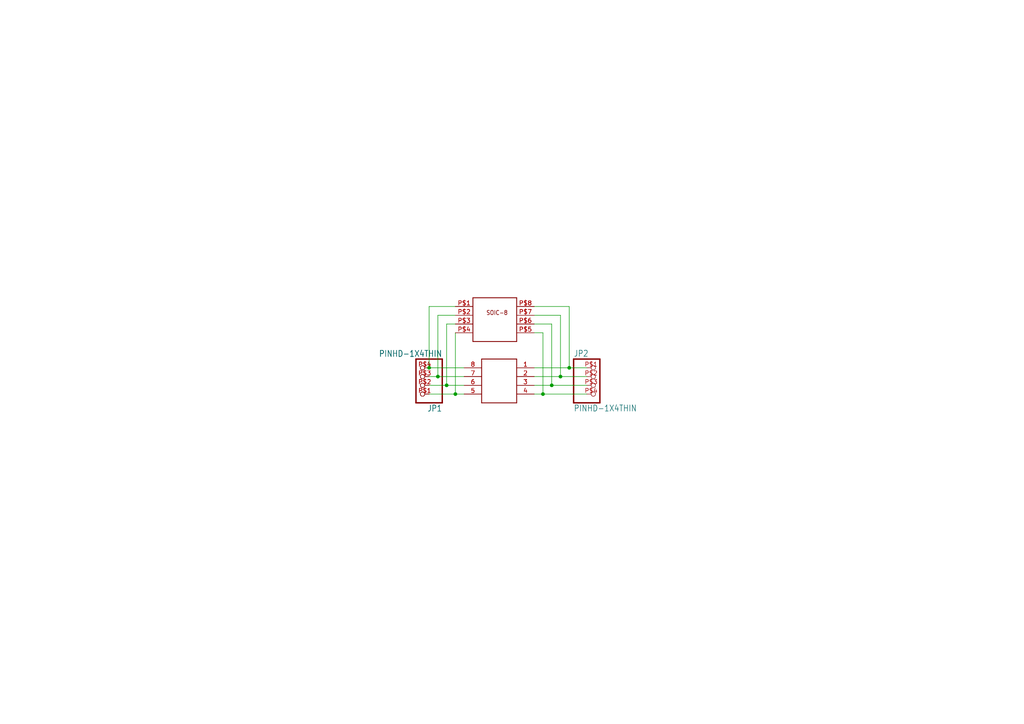
<source format=kicad_sch>
(kicad_sch (version 20211123) (generator eeschema)
  (paper "A4")
  (lib_symbols
    (symbol "schematicEagle-eagle-import:PINHD-1X4THIN"
      (property "Reference" "JP" (at -6.35 8.255 0))
      (property "Value" "PINHD-1X4THIN" (at -6.35 -7.62 0))
      (symbol "PINHD-1X4THIN_1_0"
        (polyline (pts (xy -6.35 -5.08) (xy 1.27 -5.08)) (stroke (width 0.4064)))
        (polyline (pts (xy -6.35 7.62) (xy -6.35 -5.08)) (stroke (width 0.4064)))
        (polyline (pts (xy 1.27 -5.08) (xy 1.27 7.62)) (stroke (width 0.4064)))
        (polyline (pts (xy 1.27 7.62) (xy -6.35 7.62)) (stroke (width 0.4064)))
        (pin passive inverted (at -2.54 5.08 0) (length 2.54) (name "1") (number "P$1"))
        (pin passive inverted (at -2.54 2.54 0) (length 2.54) (name "2") (number "P$2"))
        (pin passive inverted (at -2.54 0 0) (length 2.54) (name "3") (number "P$3"))
        (pin passive inverted (at -2.54 -2.54 0) (length 2.54) (name "4") (number "P$4"))
      )
    )
    (symbol "schematicEagle-eagle-import:SO-8"
      (symbol "SO-8_1_0"
        (polyline (pts (xy -27.94 10.16) (xy -15.24 10.16)) (stroke (width 0.254)))
        (polyline (pts (xy -27.94 22.86) (xy -27.94 10.16)) (stroke (width 0.254)))
        (polyline (pts (xy -15.24 10.16) (xy -15.24 22.86)) (stroke (width 0.254)))
        (polyline (pts (xy -15.24 22.86) (xy -27.94 22.86)) (stroke (width 0.254)))
        (text "SOIC-8" (at -25.4 17.78 0) (effects (font (size 1.27 1.0795)) (justify left bottom)))
        (pin bidirectional line (at -10.16 20.32 180) (length 5.08) (name "P$1") (number "P$1"))
        (pin bidirectional line (at -10.16 17.78 180) (length 5.08) (name "P$2") (number "P$2"))
        (pin bidirectional line (at -10.16 15.24 180) (length 5.08) (name "P$3") (number "P$3"))
        (pin bidirectional line (at -10.16 12.7 180) (length 5.08) (name "P$4") (number "P$4"))
        (pin bidirectional line (at -33.02 12.7 0) (length 5.08) (name "P$5") (number "P$5"))
        (pin bidirectional line (at -33.02 15.24 0) (length 5.08) (name "P$6") (number "P$6"))
        (pin bidirectional line (at -33.02 17.78 0) (length 5.08) (name "P$7") (number "P$7"))
        (pin bidirectional line (at -33.02 20.32 0) (length 5.08) (name "P$8") (number "P$8"))
      )
    )
    (symbol "schematicEagle-eagle-import:TSSOP-8"
      (symbol "TSSOP-8_1_0"
        (polyline (pts (xy -5.08 -7.62) (xy -5.08 5.08)) (stroke (width 0.254)))
        (polyline (pts (xy -5.08 5.08) (xy 5.08 5.08)) (stroke (width 0.254)))
        (polyline (pts (xy 5.08 -7.62) (xy -5.08 -7.62)) (stroke (width 0.254)))
        (polyline (pts (xy 5.08 5.08) (xy 5.08 -7.62)) (stroke (width 0.254)))
        (pin bidirectional line (at -10.16 2.54 0) (length 5.08) (name "P$1") (number "1"))
        (pin bidirectional line (at -10.16 0 0) (length 5.08) (name "P$2") (number "2"))
        (pin bidirectional line (at -10.16 -2.54 0) (length 5.08) (name "P$3") (number "3"))
        (pin bidirectional line (at -10.16 -5.08 0) (length 5.08) (name "P$4") (number "4"))
        (pin bidirectional line (at 10.16 -5.08 180) (length 5.08) (name "P$5") (number "5"))
        (pin bidirectional line (at 10.16 -2.54 180) (length 5.08) (name "P$6") (number "6"))
        (pin bidirectional line (at 10.16 0 180) (length 5.08) (name "P$7") (number "7"))
        (pin bidirectional line (at 10.16 2.54 180) (length 5.08) (name "P$8") (number "8"))
      )
    )
  )
  (junction (at 165.1 106.68))
  (junction (at 157.48 114.3))
  (junction (at 124.46 106.68))
  (junction (at 160.02 111.76))
  (junction (at 162.56 109.22))
  (junction (at 129.54 111.76))
  (junction (at 127 109.22))
  (junction (at 132.08 114.3))
  (wire (pts (xy 154.94 88.9) (xy 165.1 88.9)))
  (wire (pts (xy 160.02 111.76) (xy 170.18 111.76)))
  (wire (pts (xy 132.08 114.3) (xy 132.08 96.52)))
  (wire (pts (xy 129.54 111.76) (xy 124.46 111.76)))
  (wire (pts (xy 127 109.22) (xy 124.46 109.22)))
  (wire (pts (xy 134.62 114.3) (xy 132.08 114.3)))
  (wire (pts (xy 124.46 88.9) (xy 132.08 88.9)))
  (wire (pts (xy 127 91.44) (xy 132.08 91.44)))
  (wire (pts (xy 154.94 109.22) (xy 162.56 109.22)))
  (wire (pts (xy 162.56 109.22) (xy 170.18 109.22)))
  (wire (pts (xy 154.94 111.76) (xy 160.02 111.76)))
  (wire (pts (xy 127 109.22) (xy 127 91.44)))
  (wire (pts (xy 124.46 106.68) (xy 124.46 88.9)))
  (wire (pts (xy 154.94 106.68) (xy 165.1 106.68)))
  (wire (pts (xy 157.48 96.52) (xy 157.48 114.3)))
  (wire (pts (xy 154.94 114.3) (xy 157.48 114.3)))
  (wire (pts (xy 162.56 91.44) (xy 162.56 109.22)))
  (wire (pts (xy 154.94 91.44) (xy 162.56 91.44)))
  (wire (pts (xy 154.94 93.98) (xy 160.02 93.98)))
  (wire (pts (xy 124.46 106.68) (xy 134.62 106.68)))
  (wire (pts (xy 165.1 88.9) (xy 165.1 106.68)))
  (wire (pts (xy 129.54 111.76) (xy 134.62 111.76)))
  (wire (pts (xy 157.48 114.3) (xy 170.18 114.3)))
  (wire (pts (xy 160.02 93.98) (xy 160.02 111.76)))
  (wire (pts (xy 165.1 106.68) (xy 170.18 106.68)))
  (wire (pts (xy 134.62 109.22) (xy 127 109.22)))
  (wire (pts (xy 129.54 111.76) (xy 129.54 93.98)))
  (wire (pts (xy 132.08 114.3) (xy 124.46 114.3)))
  (wire (pts (xy 154.94 96.52) (xy 157.48 96.52)))
  (wire (pts (xy 129.54 93.98) (xy 132.08 93.98)))
  (symbol (lib_id "schematicEagle-eagle-import:PINHD-1X4THIN") (at 172.72 111.76 0) (unit 1)
    (property "Reference" "JP2" (at 166.37 103.505 0) (effects (font (size 1.778 1.5113)) (justify left bottom)))
    (property "Value" "PINHD-1X4THIN" (at 166.37 119.38 0) (effects (font (size 1.778 1.5113)) (justify left bottom)))
    (property "Footprint" "schematicEagle:HEADER1X4" (effects hide))
  )
  (symbol (lib_id "schematicEagle-eagle-import:PINHD-1X4THIN") (at 121.92 109.22 180) (unit 1)
    (property "Reference" "JP1" (at 128.27 117.475 0) (effects (font (size 1.778 1.5113)) (justify left bottom)))
    (property "Value" "PINHD-1X4THIN" (at 128.27 101.6 0) (effects (font (size 1.778 1.5113)) (justify left bottom)))
    (property "Footprint" "schematicEagle:HEADER1X4" (effects hide))
  )
  (symbol (lib_id "schematicEagle-eagle-import:TSSOP-8") (at 144.78 109.22 0) (mirror y) (unit 1)
    (property "Reference" "U$2" (effects hide))
    (property "Value" "TSSOP-8" (effects hide))
    (property "Footprint" "schematicEagle:TSSOP-8NM" (effects hide))
  )
  (symbol (lib_id "schematicEagle-eagle-import:SO-8") (at 121.92 109.22 0) (mirror y) (unit 1)
    (property "Reference" "U$1" (effects hide))
    (property "Value" "SO-8" (effects hide))
    (property "Footprint" "schematicEagle:SO-08NMW" (effects hide))
  )
)
</source>
